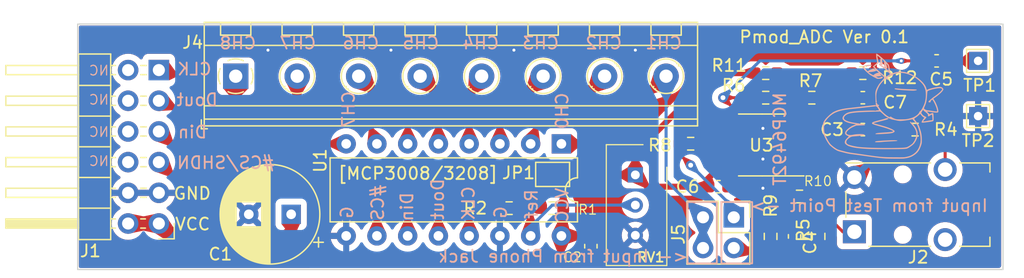
<source format=kicad_pcb>
(kicad_pcb (version 20221018) (generator pcbnew)
  (layers (0 "F.Cu" signal) (31 "B.Cu" signal) (34 "B.Paste" user) (35 "F.Paste" user) (36 "B.SilkS" user "B.Silkscreen") (37 "F.SilkS" user "F.Silkscreen") (38 "B.Mask" user) (39 "F.Mask" user) (44 "Edge.Cuts" user))
  (net 0 "")
  (net 1 "VCC")
  (net 2 "GND")
  (net 3 "Net-(C3-Pad1)")
  (net 4 "Net-(U3-V_INA-)")
  (net 5 "Net-(C4-Pad1)")
  (net 6 "Net-(C5-Pad1)")
  (net 7 "Net-(U3-V_INB+)")
  (net 8 "Net-(C7-Pad2)")
  (net 9 "Net-(J1-Pin_1)")
  (net 10 "Net-(J1-Pin_2)")
  (net 11 "Net-(J1-Pin_3)")
  (net 12 "Net-(J1-Pin_4)")
  (net 17 "Net-(J2-PadR)")
  (net 18 "Net-(J2-PadT)")
  (net 19 "Net-(J4-Pin_7)")
  (net 20 "Net-(J4-Pin_1)")
  (net 21 "Net-(J4-Pin_2)")
  (net 22 "Net-(J4-Pin_3)")
  (net 23 "Net-(J4-Pin_4)")
  (net 24 "Net-(J4-Pin_5)")
  (net 25 "Net-(J4-Pin_6)")
  (net 26 "/CH0")
  (net 27 "Net-(J5-Pin_1)")
  (net 28 "Net-(J5-Pin_2)")
  (net 29 "Net-(JP1-B)")
  (net 30 "Net-(U3-V_INA+)")
  (net 31 "Net-(U3-V_INB-)")
  (net 32 "Net-(U3-VOUTA)")
  (footprint "Package_DIP:DIP-16_W7.62mm" (layer "F.Cu") (at 182.611 91.45 -90)
    (fp_text reference "U1" (at 1.387 19.924 90) (layer "F.SilkS"))
    (fp_text value "MCP3008")
    (pad "1" thru_hole rect (at 0 0 270) (size 1.6 1.6) (drill 0.8) (layers "*.Cu" "*.Mask") (net 26 "/CH0"))
    (pad "2" thru_hole oval (at 0 2.54 270) (size 1.6 1.6) (drill 0.8) (layers "*.Cu" "*.Mask") (net 19 "Net-(J4-Pin_7)"))
    (pad "3" thru_hole oval (at 0 5.08 270) (size 1.6 1.6) (drill 0.8) (layers "*.Cu" "*.Mask") (net 25 "Net-(J4-Pin_6)"))
    (pad "4" thru_hole oval (at 0 7.62 270) (size 1.6 1.6) (drill 0.8) (layers "*.Cu" "*.Mask") (net 24 "Net-(J4-Pin_5)"))
    (pad "5" thru_hole oval (at 0 10.16 270) (size 1.6 1.6) (drill 0.8) (layers "*.Cu" "*.Mask") (net 23 "Net-(J4-Pin_4)"))
    (pad "6" thru_hole oval (at 0 12.7 270) (size 1.6 1.6) (drill 0.8) (layers "*.Cu" "*.Mask") (net 22 "Net-(J4-Pin_3)"))
    (pad "7" thru_hole oval (at 0 15.24 270) (size 1.6 1.6) (drill 0.8) (layers "*.Cu" "*.Mask") (net 21 "Net-(J4-Pin_2)"))
    (pad "8" thru_hole oval (at 0 17.78 270) (size 1.6 1.6) (drill 0.8) (layers "*.Cu" "*.Mask") (net 20 "Net-(J4-Pin_1)"))
    (pad "9" thru_hole oval (at 7.62 17.78 270) (size 1.6 1.6) (drill 0.8) (layers "*.Cu" "*.Mask") (net 2 "GND"))
    (pad "10" thru_hole oval (at 7.62 15.24 270) (size 1.6 1.6) (drill 0.8) (layers "*.Cu" "*.Mask") (net 12 "Net-(J1-Pin_4)"))
    (pad "11" thru_hole oval (at 7.62 12.7 270) (size 1.6 1.6) (drill 0.8) (layers "*.Cu" "*.Mask") (net 11 "Net-(J1-Pin_3)"))
    (pad "12" thru_hole oval (at 7.62 10.16 270) (size 1.6 1.6) (drill 0.8) (layers "*.Cu" "*.Mask") (net 10 "Net-(J1-Pin_2)"))
    (pad "13" thru_hole oval (at 7.62 7.62 270) (size 1.6 1.6) (drill 0.8) (layers "*.Cu" "*.Mask") (net 9 "Net-(J1-Pin_1)"))
    (pad "14" thru_hole oval (at 7.62 5.08 270) (size 1.6 1.6) (drill 0.8) (layers "*.Cu" "*.Mask") (net 2 "GND"))
    (pad "15" thru_hole oval (at 7.62 2.54 270) (size 1.6 1.6) (drill 0.8) (layers "*.Cu" "*.Mask") (net 29 "Net-(JP1-B)"))
    (pad "16" thru_hole oval (at 7.62 0 270) (size 1.6 1.6) (drill 0.8) (layers "*.Cu" "*.Mask") (net 1 "VCC"))
  )
  (footprint "Capacitor_SMD:C_0603_1608Metric_Pad1.08x0.95mm_HandSolder" (layer "F.Cu") (at 201.8792 99.1108 90)
    (fp_text reference "C4" (at -0.508 1.27 90) (layer "F.SilkS"))
    (fp_text value "1u" hide)
    (pad "1" smd roundrect (at -0.8625 0 90) (size 1.075 0.95) (layers "F.Cu" "F.Paste" "F.Mask") (net 5 "Net-(C4-Pad1)"))
    (pad "2" smd roundrect (at 0.8625 0 90) (size 1.075 0.95) (layers "F.Cu" "F.Paste" "F.Mask") (net 4 "Net-(U3-V_INA-)"))
  )
  (footprint "Capacitor_SMD:C_0603_1608Metric_Pad1.08x0.95mm_HandSolder" (layer "F.Cu") (at 207.518 90.2716 180)
    (fp_text reference "C3" (at 2.54 0) (layer "F.SilkS"))
    (fp_text value "1u" hide)
    (pad "1" smd roundrect (at -0.8625 0 180) (size 1.075 0.95) (layers "F.Cu" "F.Paste" "F.Mask") (net 3 "Net-(C3-Pad1)"))
    (pad "2" smd roundrect (at 0.8625 0 180) (size 1.075 0.95) (layers "F.Cu" "F.Paste" "F.Mask") (net 4 "Net-(U3-V_INA-)"))
  )
  (footprint "Capacitor_SMD:C_0603_1608Metric_Pad1.08x0.95mm_HandSolder" (layer "F.Cu") (at 213.614 84.582 180)
    (fp_text reference "C5" (at -0.381 -1.524) (layer "F.SilkS"))
    (fp_text value "1u" hide)
    (pad "1" smd roundrect (at -0.8625 0 180) (size 1.075 0.95) (layers "F.Cu" "F.Paste" "F.Mask") (net 6 "Net-(C5-Pad1)"))
    (pad "2" smd roundrect (at 0.8625 0 180) (size 1.075 0.95) (layers "F.Cu" "F.Paste" "F.Mask") (net 7 "Net-(U3-V_INB+)"))
  )
  (footprint "Resistor_SMD:R_0603_1608Metric_Pad0.98x0.95mm_HandSolder" (layer "F.Cu") (at 203.3035 87.63 180)
    (fp_text reference "R7" (at 0.1035 1.397) (layer "F.SilkS"))
    (fp_text value "100k" hide)
    (pad "1" smd roundrect (at -0.9125 0 180) (size 0.975 0.95) (layers "F.Cu" "F.Paste" "F.Mask") (net 30 "Net-(U3-V_INA+)"))
    (pad "2" smd roundrect (at 0.9125 0 180) (size 0.975 0.95) (layers "F.Cu" "F.Paste" "F.Mask") (net 8 "Net-(C7-Pad2)"))
  )
  (footprint "Resistor_SMD:R_0603_1608Metric_Pad0.98x0.95mm_HandSolder" (layer "F.Cu") (at 203.8604 99.1108 -90)
    (fp_text reference "R5" (at -0.508 1.27 90) (layer "F.SilkS"))
    (fp_text value "47k" hide)
    (pad "1" smd roundrect (at -0.9125 0 270) (size 0.975 0.95) (layers "F.Cu" "F.Paste" "F.Mask") (net 17 "Net-(J2-PadR)"))
    (pad "2" smd roundrect (at 0.9125 0 270) (size 0.975 0.95) (layers "F.Cu" "F.Paste" "F.Mask") (net 5 "Net-(C4-Pad1)"))
  )
  (footprint "Connector_PinHeader_2.54mm:PinHeader_2x02_P2.54mm_Vertical" (layer "F.Cu") (at 196.855 97.531 -90)
    (fp_text reference "J5" (at 1.402 4.577 90) (layer "F.SilkS"))
    (fp_text value "Conn_02x02_Counter_Clockwise" hide)
    (pad "1" thru_hole rect (at 0 0 270) (size 1.7 1.7) (drill 1) (layers "*.Cu" "*.Mask") (net 27 "Net-(J5-Pin_1)"))
    (pad "2" thru_hole oval (at 2.54 0 270) (size 1.7 1.7) (drill 1) (layers "*.Cu" "*.Mask") (net 28 "Net-(J5-Pin_2)"))
    (pad "3" thru_hole oval (at 0 2.54 270) (size 1.7 1.7) (drill 1) (layers "*.Cu" "*.Mask") (net 26 "/CH0"))
    (pad "4" thru_hole oval (at 2.54 2.54 270) (size 1.7 1.7) (drill 1) (layers "*.Cu" "*.Mask") (net 26 "/CH0"))
  )
  (footprint "Resistor_SMD:R_0603_1608Metric_Pad0.98x0.95mm_HandSolder" (layer "F.Cu") (at 199.4935 87.63)
    (fp_text reference "R6" (at -2.6435 -1.016) (layer "F.SilkS"))
    (fp_text value "100k" hide)
    (pad "1" smd roundrect (at -0.9125 0) (size 0.975 0.95) (layers "F.Cu" "F.Paste" "F.Mask") (net 7 "Net-(U3-V_INB+)"))
    (pad "2" smd roundrect (at 0.9125 0) (size 0.975 0.95) (layers "F.Cu" "F.Paste" "F.Mask") (net 8 "Net-(C7-Pad2)"))
  )
  (footprint "TestPoint:TestPoint_THTPad_1.5x1.5mm_Drill0.7mm" (layer "F.Cu") (at 217.043 84.582)
    (fp_text reference "TP1" (at 0.127 2.032) (layer "F.SilkS"))
    (fp_text value "TestPoint" hide)
    (pad "1" thru_hole rect (at 0 0) (size 1.5 1.5) (drill 0.7) (layers "*.Cu" "*.Mask") (net 6 "Net-(C5-Pad1)"))
  )
  (footprint "Resistor_SMD:R_0603_1608Metric_Pad0.98x0.95mm_HandSolder" (layer "F.Cu") (at 178.293 96.774)
    (fp_text reference "R2" (at -2.794 0) (layer "F.SilkS"))
    (fp_text value "R" hide)
    (pad "1" smd roundrect (at -0.9125 0) (size 0.975 0.95) (layers "F.Cu" "F.Paste" "F.Mask") (net 2 "GND"))
    (pad "2" smd roundrect (at 0.9125 0) (size 0.975 0.95) (layers "F.Cu" "F.Paste" "F.Mask") (net 29 "Net-(JP1-B)"))
  )
  (footprint "Connector_Audio:Jack_3.5mm_Switronic_ST-005-G_horizontal" (layer "F.Cu") (at 213.32 96.48 180)
    (fp_text reference "J2" (at 1.23 -4.358) (layer "F.SilkS"))
    (fp_text value "AudioJack3" hide)
    (pad "" np_thru_hole circle (at 2.5 -2.5 180) (size 1 1) (drill 1) (layers "*.Cu" "*.Mask"))
    (pad "" np_thru_hole circle (at 2.5 2.5 180) (size 1 1) (drill 1) (layers "*.Cu" "*.Mask"))
    (pad "R" thru_hole rect (at 6.5 -2.25 180) (size 1.9 1.9) (drill 1.2) (layers "*.Cu" "*.Mask") (net 17 "Net-(J2-PadR)"))
    (pad "S" thru_hole circle (at 6.5 2.25 180) (size 1.9 1.9) (drill 1.2) (layers "*.Cu" "*.Mask") (net 2 "GND"))
    (pad "T" thru_hole circle (at -1 -2.9 180) (size 1.9 1.9) (drill 1.2) (layers "*.Cu" "*.Mask") (net 18 "Net-(J2-PadT)"))
    (pad "T" thru_hole circle (at -1 2.9 180) (size 1.9 1.9) (drill 1.2) (layers "*.Cu" "*.Mask") (net 18 "Net-(J2-PadT)"))
  )
  (footprint "TestPoint:TestPoint_THTPad_1.5x1.5mm_Drill0.7mm" (layer "F.Cu") (at 217.043 89.154)
    (fp_text reference "TP2" (at 0 2.032) (layer "F.SilkS"))
    (fp_text value "TestPoint" hide)
    (pad "1" thru_hole rect (at 0 0) (size 1.5 1.5) (drill 0.7) (layers "*.Cu" "*.Mask") (net 2 "GND"))
  )
  (footprint "Resistor_SMD:R_0603_1608Metric_Pad0.98x0.95mm_HandSolder" (layer "F.Cu") (at 193.294 91.44)
    (fp_text reference "R8" (at -2.54 0.127) (layer "F.SilkS"))
    (fp_text value "22" hide)
    (pad "1" smd roundrect (at -0.9125 0) (size 0.975 0.95) (layers "F.Cu" "F.Paste" "F.Mask") (net 27 "Net-(J5-Pin_1)"))
    (pad "2" smd roundrect (at 0.9125 0) (size 0.975 0.95) (layers "F.Cu" "F.Paste" "F.Mask") (net 31 "Net-(U3-V_INB-)"))
  )
  (footprint "Jumper:SolderJumper-2_P1.3mm_Open_TrianglePad1.0x1.5mm" (layer "F.Cu") (at 181.886 93.98 180)
    (fp_text reference "JP1" (at 2.816 0.127) (layer "F.SilkS"))
    (fp_text value "SolderJumper_2_Open" hide)
    (pad "1" smd custom (at -0.725 0 180) (size 0.3 0.3) (layers "F.Cu" "F.Mask") (net 1 "VCC") (options (clearance outline) (anchor rect)) (primitives (gr_poly (pts (xy 1 0) (xy 0.5 0.75) (xy -0.5 0.75) (xy -0.5 -0.75) (xy 0.5 -0.75)) (width 0) (fill yes))))
    (pad "2" smd custom (at 0.725 0 180) (size 0.3 0.3) (layers "F.Cu" "F.Mask") (net 29 "Net-(JP1-B)") (options (clearance outline) (anchor rect)) (primitives (gr_poly (pts (xy 0.5 0.75) (xy -0.65 0.75) (xy -0.15 0) (xy -0.65 -0.75) (xy 0.5 -0.75)) (width 0) (fill yes))))
  )
  (footprint "Resistor_SMD:R_0603_1608Metric_Pad0.98x0.95mm_HandSolder" (layer "F.Cu") (at 211.836 90.2716 180)
    (fp_text reference "R4" (at -2.54 0) (layer "F.SilkS"))
    (fp_text value "47k" hide)
    (pad "1" smd roundrect (at -0.9125 0 180) (size 0.975 0.95) (layers "F.Cu" "F.Paste" "F.Mask") (net 18 "Net-(J2-PadT)"))
    (pad "2" smd roundrect (at 0.9125 0 180) (size 0.975 0.95) (layers "F.Cu" "F.Paste" "F.Mask") (net 3 "Net-(C3-Pad1)"))
  )
  (footprint "Resistor_SMD:R_0603_1608Metric_Pad0.98x0.95mm_HandSolder" (layer "F.Cu") (at 199.898 99.1108 90)
    (fp_text reference "R9" (at 2.54 0 90) (layer "F.SilkS"))
    (fp_text value "22" hide)
    (pad "1" smd roundrect (at -0.9125 0 90) (size 0.975 0.95) (layers "F.Cu" "F.Paste" "F.Mask") (net 28 "Net-(J5-Pin_2)"))
    (pad "2" smd roundrect (at 0.9125 0 90) (size 0.975 0.95) (layers "F.Cu" "F.Paste" "F.Mask") (net 32 "Net-(U3-VOUTA)"))
  )
  (footprint "Package_SO:SOIC-8_3.9x4.9mm_P1.27mm" (layer "F.Cu") (at 199.201 91.5435 180)
    (fp_text reference "U3" (at 0.065 -0.0235) (layer "F.SilkS"))
    (fp_text value "MCP6492T" (at -1.459 0.4845 90) (layer "B.SilkS") (effects (justify mirror)))
    (pad "1" smd roundrect (at -2.475 -1.905 180) (size 1.95 0.6) (layers "F.Cu" "F.Paste" "F.Mask") (net 32 "Net-(U3-VOUTA)"))
    (pad "2" smd roundrect (at -2.475 -0.635 180) (size 1.95 0.6) (layers "F.Cu" "F.Paste" "F.Mask") (net 4 "Net-(U3-V_INA-)"))
    (pad "3" smd roundrect (at -2.475 0.635 180) (size 1.95 0.6) (layers "F.Cu" "F.Paste" "F.Mask") (net 30 "Net-(U3-V_INA+)"))
    (pad "4" smd roundrect (at -2.475 1.905 180) (size 1.95 0.6) (layers "F.Cu" "F.Paste" "F.Mask") (net 2 "GND"))
    (pad "5" smd roundrect (at 2.475 1.905 180) (size 1.95 0.6) (layers "F.Cu" "F.Paste" "F.Mask") (net 7 "Net-(U3-V_INB+)"))
    (pad "6" smd roundrect (at 2.475 0.635 180) (size 1.95 0.6) (layers "F.Cu" "F.Paste" "F.Mask") (net 31 "Net-(U3-V_INB-)"))
    (pad "7" smd roundrect (at 2.475 -0.635 180) (size 1.95 0.6) (layers "F.Cu" "F.Paste" "F.Mask") (net 31 "Net-(U3-V_INB-)"))
    (pad "8" smd roundrect (at 2.475 -1.905 180) (size 1.95 0.6) (layers "F.Cu" "F.Paste" "F.Mask") (net 1 "VCC"))
  )
  (footprint "Capacitor_SMD:C_0603_1608Metric_Pad1.08x0.95mm_HandSolder" (layer "F.Cu") (at 195.58 94.996)
    (fp_text reference "C6" (at -2.54 0) (layer "F.SilkS"))
    (fp_text value "0.1u" hide)
    (pad "1" smd roundrect (at -0.8625 0) (size 1.075 0.95) (layers "F.Cu" "F.Paste" "F.Mask") (net 1 "VCC"))
    (pad "2" smd roundrect (at 0.8625 0) (size 1.075 0.95) (layers "F.Cu" "F.Paste" "F.Mask") (net 2 "GND"))
  )
  (footprint "Capacitor_SMD:C_0603_1608Metric_Pad1.08x0.95mm_HandSolder" (layer "F.Cu") (at 185.0475 99.9225 -90)
    (fp_text reference "C2" (at 0.9155 1.5325 180) (layer "F.SilkS") (effects (font (size 0.8 0.8) (thickness 0.1))))
    (fp_text value "C")
    (pad "1" smd roundrect (at -0.8625 0 270) (size 1.075 0.95) (layers "F.Cu" "F.Paste" "F.Mask") (net 1 "VCC"))
    (pad "2" smd roundrect (at 0.8625 0 270) (size 1.075 0.95) (layers "F.Cu" "F.Paste" "F.Mask") (net 2 "GND"))
  )
  (footprint "Resistor_SMD:R_0603_1608Metric_Pad0.98x0.95mm_HandSolder" (layer "F.Cu") (at 202.2856 95.8088 180)
    (fp_text reference "R10" (at -1.524 1.27) (layer "F.SilkS") (effects (font (size 0.8 0.8) (thickness 0.1))))
    (fp_text value "100k" hide)
    (pad "1" smd roundrect (at -0.9125 0 180) (size 0.975 0.95) (layers "F.Cu" "F.Paste" "F.Mask") (net 4 "Net-(U3-V_INA-)"))
    (pad "2" smd roundrect (at 0.9125 0 180) (size 0.975 0.95) (layers "F.Cu" "F.Paste" "F.Mask") (net 32 "Net-(U3-VOUTA)"))
  )
  (footprint "Resistor_SMD:R_0603_1608Metric_Pad0.98x0.95mm_HandSolder" (layer "F.Cu") (at 199.4935 85.598)
    (fp_text reference "R11" (at -3.0245 -0.635) (layer "F.SilkS"))
    (fp_text value "220k1%" hide)
    (pad "1" smd roundrect (at -0.9125 0) (size 0.975 0.95) (layers "F.Cu" "F.Paste" "F.Mask") (net 1 "VCC"))
    (pad "2" smd roundrect (at 0.9125 0) (size 0.975 0.95) (layers "F.Cu" "F.Paste" "F.Mask") (net 8 "Net-(C7-Pad2)"))
  )
  (footprint "samacsys:TSR3296W203R" (layer "F.Cu") (at 188.722 94.02 180)
    (fp_text reference "RV1" (at -1.27 -6.818) (layer "F.SilkS") (effects (font (size 0.8 0.8))))
    (fp_text value "R_Potentiometer" hide)
    (pad "1" thru_hole rect (at 0 0 180) (size 1.251 1.251) (drill 0.73) (layers "*.Cu" "*.Mask") (net 1 "VCC"))
    (pad "2" thru_hole circle (at 0 -2.5 180) (size 1.251 1.251) (drill 0.73) (layers "*.Cu" "*.Mask") (net 29 "Net-(JP1-B)"))
    (pad "3" thru_hole circle (at 0 -5 180) (size 1.251 1.251) (drill 0.73) (layers "*.Cu" "*.Mask") (net 2 "GND"))
  )
  (footprint "Capacitor_THT:CP_Radial_D8.0mm_P3.50mm" (layer "F.Cu") (at 160.284151 97.282 180)
    (fp_text reference "C1" (at 5.852151 -3.302) (layer "F.SilkS"))
    (fp_text value "C_Polarized" hide)
    (pad "1" thru_hole rect (at 0 0 180) (size 1.6 1.6) (drill 0.8) (layers "*.Cu" "*.Mask") (net 1 "VCC"))
    (pad "2" thru_hole circle (at 3.5 0 180) (size 1.6 1.6) (drill 0.8) (layers "*.Cu" "*.Mask") (net 2 "GND"))
  )
  (footprint "Capacitor_SMD:C_0603_1608Metric_Pad1.08x0.95mm_HandSolder" (layer "F.Cu") (at 207.518 87.63 180)
    (fp_text reference "C7" (at -2.667 -0.381) (layer "F.SilkS"))
    (fp_text value "1u" hide)
    (pad "1" smd roundrect (at -0.8625 0 180) (size 1.075 0.95) (layers "F.Cu" "F.Paste" "F.Mask") (net 2 "GND"))
    (pad "2" smd roundrect (at 0.8625 0 180) (size 1.075 0.95) (layers "F.Cu" "F.Paste" "F.Mask") (net 8 "Net-(C7-Pad2)"))
  )
  (footprint "Connector_PinHeader_2.54mm:PinHeader_2x06_P2.54mm_Horizontal" (layer "F.Cu") (at 149.352 98.044 180)
    (fp_text reference "J1" (at 5.655 -2.27) (layer "F.SilkS"))
    (fp_text value "Pmod_Header")
    (pad "1" thru_hole rect (at 0 12.7 180) (size 1.7 1.7) (drill 1) (layers "*.Cu" "*.Mask") (net 9 "Net-(J1-Pin_1)"))
    (pad "2" thru_hole oval (at 0 10.16 180) (size 1.7 1.7) (drill 1) (layers "*.Cu" "*.Mask") (net 10 "Net-(J1-Pin_2)"))
    (pad "3" thru_hole oval (at 0 7.62 180) (size 1.7 1.7) (drill 1) (layers "*.Cu" "*.Mask") (net 11 "Net-(J1-Pin_3)"))
    (pad "4" thru_hole oval (at 0 5.08 180) (size 1.7 1.7) (drill 1) (layers "*.Cu" "*.Mask") (net 12 "Net-(J1-Pin_4)"))
    (pad "5" thru_hole oval (at 0 2.54 180) (size 1.7 1.7) (drill 1) (layers "*.Cu" "*.Mask") (net 2 "GND"))
    (pad "6" thru_hole circle (at 0 0 180) (size 1.7 1.7) (drill 1) (layers "*.Cu" "*.Mask") (net 1 "VCC"))
    (pad "7" thru_hole oval (at 2.54 12.7 180) (size 1.7 1.7) (drill 1) (layers "*.Cu" "*.Mask"))
    (pad "8" thru_hole oval (at 2.54 10.16 180) (size 1.7 1.7) (drill 1) (layers "*.Cu" "*.Mask"))
    (pad "9" thru_hole oval (at 2.54 7.62 180) (size 1.7 1.7) (drill 1) (layers "*.Cu" "*.Mask"))
    (pad "10" thru_hole oval (at 2.54 5.08 180) (size 1.7 1.7) (drill 1) (layers "*.Cu" "*.Mask"))
    (pad "11" thru_hole oval (at 2.54 2.54 180) (size 1.7 1.7) (drill 1) (layers "*.Cu" "*.Mask") (net 2 "GND"))
    (pad "12" thru_hole oval (at 2.54 0 180) (size 1.7 1.7) (drill 1) (layers "*.Cu" "*.Mask") (net 1 "VCC"))
  )
  (footprint "Resistor_SMD:R_0603_1608Metric_Pad0.98x0.95mm_HandSolder" (layer "F.Cu") (at 207.518 85.598 180)
    (fp_text reference "R12" (at -3.048 -0.381) (layer "F.SilkS"))
    (fp_text value "220k1%" hide)
    (pad "1" smd roundrect (at -0.9125 0 180) (size 0.975 0.95) (layers "F.Cu" "F.Paste" "F.Mask") (net 2 "GND"))
    (pad "2" smd roundrect (at 0.9125 0 180) (size 0.975 0.95) (layers "F.Cu" "F.Paste" "F.Mask") (net 8 "Net-(C7-Pad2)"))
  )
  (footprint "Resistor_SMD:R_0603_1608Metric_Pad0.98x0.95mm_HandSolder" (layer "F.Cu") (at 181.849 96.774)
    (fp_text reference "R1" (at 2.936 0.127) (layer "F.SilkS") (effects (font (size 0.8 0.8) (thickness 0.1))))
    (fp_text value "R" hide)
    (pad "1" smd roundrect (at -0.9125 0) (size 0.975 0.95) (layers "F.Cu" "F.Paste" "F.Mask") (net 29 "Net-(JP1-B)"))
    (pad "2" smd roundrect (at 0.9125 0) (size 0.975 0.95) (layers "F.Cu" "F.Paste" "F.Mask") (net 1 "VCC"))
  )
  (footprint "TerminalBlock_RND:TerminalBlock_RND_205-00238_1x08_P5.08mm_Horizontal" (layer "F.Cu") (at 155.702 85.852)
    (fp_text reference "J4" (at -3.556 -2.794) (layer "F.SilkS"))
    (fp_text value "Conn_01x08")
    (pad "1" thru_hole rect (at 0 0) (size 2.1 2.1) (drill 1.1) (layers "*.Cu" "*.Mask") (net 20 "Net-(J4-Pin_1)"))
    (pad "2" thru_hole circle (at 5.08 0) (size 2.1 2.1) (drill 1.1) (layers "*.Cu" "*.Mask") (net 21 "Net-(J4-Pin_2)"))
    (pad "3" thru_hole circle (at 10.16 0) (size 2.1 2.1) (drill 1.1) (layers "*.Cu" "*.Mask") (net 22 "Net-(J4-Pin_3)"))
    (pad "4" thru_hole circle (at 15.24 0) (size 2.1 2.1) (drill 1.1) (layers "*.Cu" "*.Mask") (net 23 "Net-(J4-Pin_4)"))
    (pad "5" thru_hole circle (at 20.32 0) (size 2.1 2.1) (drill 1.1) (layers "*.Cu" "*.Mask") (net 24 "Net-(J4-Pin_5)"))
    (pad "6" thru_hole circle (at 25.4 0) (size 2.1 2.1) (drill 1.1) (layers "*.Cu" "*.Mask") (net 25 "Net-(J4-Pin_6)"))
    (pad "7" thru_hole circle (at 30.48 0) (size 2.1 2.1) (drill 1.1) (layers "*.Cu" "*.Mask") (net 19 "Net-(J4-Pin_7)"))
    (pad "8" thru_hole circle (at 35.56 0) (size 2.1 2.1) (drill 1.1) (layers "*.Cu" "*.Mask") (net 26 "/CH0"))
  )
  (footprint "MyLibrary:logo_kamo_ss" (layer "B.Cu") (at 209.296 88.392 180)
    (fp_text reference "G***" hide)
    (fp_text value "LOGO" hide)
  )
  (gr_rect (start 193.04 96.266) (end 195.453 101.346) (stroke (width 0.15)) (fill none) (layer "B.SilkS"))
  (gr_rect (start 195.834 96.266) (end 198.374 101.346) (stroke (width 0.15)) (fill none) (layer "B.SilkS"))
  (gr_rect (start 142.6445 81.534) (end 219.0985 101.854) (stroke (width 0.1)) (fill none) (layer "Edge.Cuts"))
  (gr_text "#CS" (at 168.021 94.742 90) (layer "B.SilkS") (effects (font (size 1 1)) (justify left bottom mirror)))
  (gr_text "<- Input from Phone Jack" (at 193.167 101.346) (layer "B.SilkS") (effects (font (size 1 1)) (justify left bottom mirror)))
  (gr_text "CH8" (at 157.48 83.693) (layer "B.SilkS") (effects (font (size 1 1)) (justify left bottom mirror)))
  (gr_text "VCC" (at 183.261 94.996 90) (layer "B.SilkS") (effects (font (size 1 1)) (justify left bottom mirror)))
  (gr_text "CH4" (at 177.546 83.693) (layer "B.SilkS") (effects (font (size 1 1)) (justify left bottom mirror)))
  (gr_text "G" (at 165.481 96.52 90) (layer "B.SilkS") (effects (font (size 1 1)) (justify left bottom mirror)))
  (gr_text "Din" (at 170.434 95.377 90) (layer "B.SilkS") (effects (font (size 1 1)) (justify left bottom mirror)))
  (gr_text "Din" (at 153.416 91.059) (layer "B.SilkS") (effects (font (size 1 1)) (justify left bottom mirror)))
  (gr_text "CH2" (at 187.706 83.693) (layer "B.SilkS") (effects (font (size 1 1)) (justify left bottom mirror)))
  (gr_text "CH0" (at 183.261 87.122 90) (layer "B.SilkS") (effects (font (size 1 1)) (justify left bottom mirror)))
  (gr_text "CLK" (at 153.797 85.852) (layer "B.SilkS") (effects (font (size 1 1)) (justify left bottom mirror)))
  (gr_text "Input from Test Point ->" (at 217.932 97.155) (layer "B.SilkS") (effects (font (size 1 1)) (justify left bottom mirror)))
  (gr_text "NC" (at 145.288 93.345) (layer "B.SilkS") (effects (font (size 0.8 0.8) (thickness 0.1)) (justify left bottom mirror)))
  (gr_text "NC" (at 145.288 85.852) (layer "B.SilkS") (effects (font (size 0.8 0.8) (thickness 0.1)) (justify left bottom mirror)))
  (gr_text "NC" (at 145.288 88.265) (layer "B.SilkS") (effects (font (size 0.8 0.8) (thickness 0.1)) (justify left bottom mirror)))
  (gr_text "G" (at 178.181 96.52 90) (layer "B.SilkS") (effects (font (size 1 1)) (justify left bottom mirror)))
  (gr_text "CH7" (at 162.433 83.693) (layer "B.SilkS") (effects (font (size 1 1)) (justify left bottom mirror)))
  (gr_text "Dout" (at 154.305 88.392) (layer "B.SilkS") (effects (font (size 1 1)) (justify left bottom mirror)))
  (gr_text "CH3" (at 182.499 83.693) (layer "B.SilkS") (effects (font (size 1 1)) (justify left bottom mirror)))
  (gr_text "CH1" (at 192.659 83.693) (layer "B.SilkS") (effects (font (size 1 1)) (justify left bottom mirror)))
  (gr_text "Dout" (at 172.974 94.234 90) (layer "B.SilkS") (effects (font (size 1 1)) (justify left bottom mirror)))
  (gr_text "CLK" (at 175.514 94.869 90) (layer "B.SilkS") (effects (font (size 1 1)) (justify left bottom mirror)))
  (gr_text "CH7" (at 165.608 86.995 90) (layer "B.SilkS") (effects (font (size 1 1)) (justify left bottom mirror)))
  (gr_text "NC" (at 145.288 90.932) (layer "B.SilkS") (effects (font (size 0.8 0.8) (thickness 0.1)) (justify left bottom mirror)))
  (gr_text "CH5" (at 172.593 83.693) (layer "B.SilkS") (effects (font (size 1 1)) (justify left bottom mirror)))
  (gr_text "Ref" (at 180.721 95.123 90) (layer "B.SilkS") (effects (font (size 1 1)) (justify left bottom mirror)))
  (gr_text "CH6" (at 167.64 83.693) (layer "B.SilkS") (effects (font (size 1 1)) (justify left bottom mirror)))
  (gr_text "#CS/SHDN" (at 159.004 93.599) (layer "B.SilkS") (effects (font (size 1 1)) (justify left bottom mirror)))
  (gr_text "[MCP3008/3208]" (at 164.084 94.488) (layer "F.SilkS") (effects (font (size 1 1)) (justify left bottom)))
  (gr_text "GND" (at 150.495 96.139) (layer "F.SilkS") (effects (font (size 1 1)) (justify left bottom)))
  (gr_text "Pmod_ADC Ver 0.1" (at 197.231 83.185) (layer "F.SilkS") (effects (font (size 1 1)) (justify left bottom)))
  (gr_text "VCC" (at 150.622 98.679) (layer "F.SilkS") (effects (font (size 1 1)) (justify left bottom)))
  (segment (start 194.7175 94.3345) (end 195.6035 93.4485) (width 0.5) (layer "F.Cu") (net 1))
  (segment (start 198.581 85.598) (end 195.326 85.598) (width 0.5) (layer "F.Cu") (net 1))
  (segment (start 195.6035 93.4485) (end 196.726 93.4485) (width 0.5) (layer "F.Cu") (net 1))
  (segment (start 196.7495 93.472) (end 196.726 93.4485) (width 0.5) (layer "F.Cu") (net 1))
  (segment (start 160.284151 98.677349) (end 160.284151 98.934651) (width 0.5) (layer "F.Cu") (net 1))
  (segment (start 189.698 94.996) (end 194.7175 94.996) (width 0.5) (layer "F.Cu") (net 1))
  (segment (start 188.722 92.202) (end 188.722 94.02) (width 0.5) (layer "F.Cu") (net 1))
  (segment (start 182.7615 94.1305) (end 182.7615 96.774) (width 0.5) (layer "F.Cu") (net 1))
  (segment (start 160.284151 98.677349) (end 160.284151 97.282) (width 1) (layer "F.Cu") (net 1))
  (segment (start 158.8855 100.076) (end 160.284151 98.677349) (width 1) (layer "F.Cu") (net 1))
  (segment (start 162.1875 100.838) (end 182.2535 100.838) (width 0.5) (layer "F.Cu") (net 1))
  (segment (start 182.611 99.07) (end 185.0375 99.07) (width 0.5) (layer "F.Cu") (net 1))
  (segment (start 160.284151 98.934651) (end 162.1875 100.838) (width 0.5) (layer "F.Cu") (net 1))
  (segment (start 195.326 85.598) (end 188.722 92.202) (width 0.5) (layer "F.Cu") (net 1))
  (segment (start 182.7615 96.774) (end 182.7615 98.9195) (width 0.5) (layer "F.Cu") (net 1))
  (segment (start 196.7025 93.472) (end 196.726 93.4485) (width 0.5) (layer "F.Cu") (net 1))
  (segment (start 188.722 94.02) (end 182.651 94.02) (width 0.5) (layer "F.Cu") (net 1))
  (segment (start 182.651 94.02) (end 182.611 93.98) (width 0.5) (layer "F.Cu") (net 1))
  (segment (start 194.7175 94.996) (end 194.7175 94.3345) (width 0.5) (layer "F.Cu") (net 1))
  (segment (start 185.0375 99.07) (end 185.0475 99.06) (width 0.5) (layer "F.Cu") (net 1))
  (segment (start 182.611 93.98) (end 182.7615 94.1305) (width 0.5) (layer "F.Cu") (net 1))
  (segment (start 151.384 100.076) (end 149.352 98.044) (width 1) (layer "F.Cu") (net 1))
  (segment (start 182.611 100.4805) (end 182.611 99.07) (width 0.5) (layer "F.Cu") (net 1))
  (segment (start 182.2535 100.838) (end 182.611 100.4805) (width 0.5) (layer "F.Cu") (net 1))
  (segment (start 188.722 94.02) (end 189.698 94.996) (width 0.5) (layer "F.Cu") (net 1))
  (segment (start 182.7615 98.9195) (end 182.611 99.07) (width 0.5) (layer "F.Cu") (net 1))
  (segment (start 146.812 98.044) (end 149.352 98.044) (width 1) (layer "F.Cu") (net 1))
  (segment (start 158.8855 100.076) (end 151.384 100.076) (width 1) (layer "F.Cu") (net 1))
  (via (at 199.263 92.71) (size 0.5) (drill 0.25) (layers "F.Cu" "B.Cu") (net 2))
  (via (at 199.263 90.17) (size 0.5) (drill 0.25) (layers "F.Cu" "B.Cu") (net 2))
  (via (at 188.722 83.693) (size 0.5) (drill 0.25) (layers "F.Cu" "B.Cu") (net 2))
  (via (at 178.689 83.693) (size 0.5) (drill 0.25) (layers "F.Cu" "B.Cu") (net 2))
  (via (at 199.263 95.123) (size 0.5) (drill 0.25) (layers "F.Cu" "B.Cu") (net 2))
  (via (at 158.369 83.693) (size 0.5) (drill 0.25) (layers "F.Cu" "B.Cu") (net 2))
  (via (at 168.529 83.693) (size 0.5) (drill 0.25) (layers "F.Cu" "B.Cu") (net 2))
  (segment (start 208.3805 90.2716) (end 210.9235 90.2716) (width 0.25) (layer "F.Cu") (net 3))
  (segment (start 201.676 92.1785) (end 203.7861 92.1785) (width 0.25) (layer "F.Cu") (net 4))
  (segment (start 203.1981 96.3695) (end 203.1981 95.8088) (width 0.25) (layer "F.Cu") (net 4))
  (segment (start 203.1981 95.6583) (end 204.0128 94.8436) (width 0.25) (layer "F.Cu") (net 4))
  (segment (start 204.0128 94.8436) (end 204.0128 92.4052) (width 0.25) (layer "F.Cu") (net 4))
  (segment (start 201.8792 98.2483) (end 201.8792 97.6884) (width 0.25) (layer "F.Cu") (net 4))
  (segment (start 205.74 90.2716) (end 206.6555 90.2716) (width 0.25) (layer "F.Cu") (net 4))
  (segment (start 201.8792 97.6884) (end 203.1981 96.3695) (width 0.25) (layer "F.Cu") (net 4))
  (segment (start 203.1981 95.8088) (end 203.1981 95.6583) (width 0.25) (layer "F.Cu") (net 4))
  (segment (start 204.0128 92.4052) (end 203.8096 92.202) (width 0.25) (layer "F.Cu") (net 4))
  (segment (start 203.8096 92.202) (end 205.74 90.2716) (width 0.25) (layer "F.Cu") (net 4))
  (segment (start 203.7861 92.1785) (end 203.8096 92.202) (width 0.25) (layer "F.Cu") (net 4))
  (segment (start 201.8792 99.9733) (end 203.8104 99.9733) (width 0.25) (layer "F.Cu") (net 5))
  (segment (start 203.8104 99.9733) (end 203.8604 100.0233) (width 0.25) (layer "F.Cu") (net 5))
  (segment (start 214.4765 84.582) (end 217.043 84.582) (width 0.25) (layer "F.Cu") (net 6))
  (segment (start 195.961 87.63) (end 196.726 88.395) (width 0.25) (layer "F.Cu") (net 7))
  (segment (start 210.693 84.582) (end 212.7515 84.582) (width 0.25) (layer "F.Cu") (net 7))
  (segment (start 198.581 87.63) (end 195.961 87.63) (width 0.25) (layer "F.Cu") (net 7))
  (segment (start 196.726 88.395) (end 196.726 89.6385) (width 0.25) (layer "F.Cu") (net 7))
  (via (at 195.961 87.63) (size 0.8) (drill 0.4) (layers "F.Cu" "B.Cu") (net 7))
  (via (at 210.693 84.582) (size 0.5) (drill 0.25) (layers "F.Cu" "B.Cu") (net 7))
  (segment (start 195.961 87.63) (end 199.009 84.582) (width 0.25) (layer "B.Cu") (net 7))
  (segment (start 199.009 84.582) (end 210.693 84.582) (width 0.25) (layer "B.Cu") (net 7))
  (segment (start 206.6055 85.598) (end 206.6055 87.58) (width 0.25) (layer "F.Cu") (net 8))
  (segment (start 200.406 87.63) (end 200.406 85.598) (width 0.25) (layer "F.Cu") (net 8))
  (segment (start 200.406 85.598) (end 206.6055 85.598) (width 0.25) (layer "F.Cu") (net 8))
  (segment (start 206.6055 87.58) (end 206.6555 87.63) (width 0.25) (layer "F.Cu") (net 8))
  (segment (start 202.391 87.63) (end 200.406 87.63) (width 0.25) (layer "F.Cu") (net 8))
  (segment (start 158.242 93.218) (end 173.228 93.218) (width 0.25) (layer "F.Cu") (net 9))
  (segment (start 149.352 85.344) (end 150.368 85.344) (width 0.25) (layer "F.Cu") (net 9))
  (segment (start 150.368 85.344) (end 158.242 93.218) (width 0.25) (layer "F.Cu") (net 9))
  (segment (start 173.228 93.218) (end 174.991 94.981) (width 0.25) (layer "F.Cu") (net 9))
  (segment (start 174.991 94.981) (end 174.991 99.07) (width 0.25) (layer "F.Cu") (net 9))
  (segment (start 156.21 93.98) (end 170.688 93.98) (width 0.25) (layer "F.Cu") (net 10))
  (segment (start 170.688 93.98) (end 172.451 95.743) (width 0.25) (layer "F.Cu") (net 10))
  (segment (start 149.352 87.884) (end 150.114 87.884) (width 0.25) (layer "F.Cu") (net 10))
  (segment (start 172.451 95.743) (end 172.451 99.07) (width 0.25) (layer "F.Cu") (net 10))
  (segment (start 150.114 87.884) (end 156.21 93.98) (width 0.25) (layer "F.Cu") (net 10))
  (segment (start 153.67 94.742) (end 168.148 94.742) (width 0.25) (layer "F.Cu") (net 11))
  (segment (start 169.911 96.505) (end 169.911 99.07) (width 0.25) (layer "F.Cu") (net 11))
  (segment (start 168.148 94.742) (end 169.911 96.505) (width 0.25) (layer "F.Cu") (net 11))
  (segment (start 149.352 90.424) (end 153.67 94.742) (width 0.25) (layer "F.Cu") (net 11))
  (segment (start 165.608 95.504) (end 167.371 97.267) (width 0.25) (layer "F.Cu") (net 12))
  (segment (start 167.371 97.267) (end 167.371 99.07) (width 0.25) (layer "F.Cu") (net 12))
  (segment (start 151.892 95.504) (end 165.608 95.504) (width 0.25) (layer "F.Cu") (net 12))
  (segment (start 149.352 92.964) (end 151.892 95.504) (width 0.25) (layer "F.Cu") (net 12))
  (segment (start 204.5697 98.1983) (end 204.5716 98.1964) (width 0.25) (layer "F.Cu") (net 17))
  (segment (start 204.5716 98.1964) (end 205.3336 98.1964) (width 0.25) (layer "F.Cu") (net 17))
  (segment (start 205.8672 98.73) (end 206.82 98.73) (width 0.25) (layer "F.Cu") (net 17))
  (segment (start 203.8604 98.1983) (end 204.5697 98.1983) (width 0.25) (layer "F.Cu") (net 17))
  (segment (start 205.3336 98.1964) (end 205.8672 98.73) (width 0.25) (layer "F.Cu") (net 17))
  (segment (start 212.7485 90.2716) (end 214.32 91.8431) (width 0.25) (layer "F.Cu") (net 18))
  (segment (start 214.32 91.8431) (end 214.32 93.58) (width 0.25) (layer "F.Cu") (net 18))
  (segment (start 181.9995 88.646) (end 183.388 88.646) (width 0.25) (layer "F.Cu") (net 19))
  (segment (start 180.071 91.45) (end 180.2215 91.2995) (width 0.25) (layer "F.Cu") (net 19))
  (segment (start 180.2215 91.2995) (end 180.2215 90.424) (width 0.25) (layer "F.Cu") (net 19))
  (segment (start 183.388 88.646) (end 186.182 85.852) (width 0.25) (layer "F.Cu") (net 19))
  (segment (start 180.2215 90.424) (end 181.9995 88.646) (width 0.25) (layer "F.Cu") (net 19))
  (segment (start 159.268 91.45) (end 155.702 87.884) (width 0.25) (layer "F.Cu") (net 20))
  (segment (start 164.831 91.45) (end 159.268 91.45) (width 0.25) (layer "F.Cu") (net 20))
  (segment (start 155.702 87.884) (end 155.702 85.852) (width 0.25) (layer "F.Cu") (net 20))
  (segment (start 160.782 87.884) (end 160.782 85.852) (width 0.25) (layer "F.Cu") (net 21))
  (segment (start 162.052 89.154) (end 160.782 87.884) (width 0.25) (layer "F.Cu") (net 21))
  (segment (start 165.862 89.154) (end 162.052 89.154) (width 0.25) (layer "F.Cu") (net 21))
  (segment (start 167.371 91.45) (end 167.371 90.663) (width 0.25) (layer "F.Cu") (net 21))
  (segment (start 167.371 90.663) (end 165.862 89.154) (width 0.25) (layer "F.Cu") (net 21))
  (segment (start 169.911 91.45) (end 169.911 89.901) (width 0.25) (layer "F.Cu") (net 22))
  (segment (start 169.911 89.901) (end 165.862 85.852) (width 0.25) (layer "F.Cu") (net 22))
  (segment (start 172.451 87.361) (end 170.942 85.852) (width 0.25) (layer "F.Cu") (net 23))
  (segment (start 172.451 91.45) (end 172.451 87.361) (width 0.25) (layer "F.Cu") (net 23))
  (segment (start 174.991 91.45) (end 174.991 86.883) (width 0.25) (layer "F.Cu") (net 24))
  (segment (start 174.991 86.883) (end 176.022 85.852) (width 0.25) (layer "F.Cu") (net 24))
  (segment (start 177.531 89.423) (end 181.102 85.852) (width 0.25) (layer "F.Cu") (net 25))
  (segment (start 177.531 91.45) (end 177.531 89.423) (width 0.25) (layer "F.Cu") (net 25))
  (segment (start 182.611 91.45) (end 185.664 91.45) (width 0.25) (layer "F.Cu") (net 26))
  (segment (start 185.664 91.45) (end 191.262 85.852) (width 0.25) (layer "F.Cu") (net 26))
  (segment (start 194.315 97.531) (end 194.315 100.071) (width 0.25) (layer "B.Cu") (net 26))
  (segment (start 194.315 97.531) (end 191.262 94.478) (width 0.25) (layer "B.Cu") (net 26))
  (segment (start 191.262 94.478) (end 191.262 85.852) (width 0.25) (layer "B.Cu") (net 26))
  (segment (start 192.3815 91.44) (end 192.3815 92.3055) (width 0.25) (layer "F.Cu") (net 27))
  (segment (start 192.3815 92.3055) (end 193.294 93.218) (width 0.25) (layer "F.Cu") (net 27))
  (via (at 193.294 93.218) (size 0.8) (drill 0.4) (layers "F.Cu" "B.Cu") (net 27))
  (segment (start 193.294 93.218) (end 196.855 96.779) (width 0.25) (layer "B.Cu") (net 27))
  (segment (start 196.855 96.779) (end 196.855 97.531) (width 0.25) (layer "B.Cu") (net 27))
  (segment (start 196.855 100.071) (end 197.241 100.457) (width 0.25) (layer "F.Cu") (net 28))
  (segment (start 199.8503 100.071) (end 199.898 100.0233) (width 0.25) (layer "F.Cu") (net 28))
  (segment (start 196.855 100.071) (end 199.8503 100.071) (width 0.25) (layer "F.Cu") (net 28))
  (segment (start 180.071 99.07) (end 180.071 96.8775) (width 0.5) (layer "F.Cu") (net 29))
  (segment (start 179.2055 96.774) (end 179.9675 96.774) (width 0.5) (layer "F.Cu") (net 29))
  (segment (start 179.9675 96.774) (end 180.9365 96.774) (width 0.5) (layer "F.Cu") (net 29))
  (segment (start 180.9365 96.774) (end 180.9365 94.2045) (width 0.5) (layer "F.Cu") (net 29))
  (segment (start 180.071 96.8775) (end 179.9675 96.774) (width 0.5) (layer "F.Cu") (net 29))
  (segment (start 180.9365 94.2045) (end 181.161 93.98) (width 0.5) (layer "F.Cu") (net 29))
  (segment (start 181.864 96.52) (end 188.722 96.52) (width 0.25) (layer "B.Cu") (net 29))
  (segment (start 180.071 99.07) (end 180.071 98.313) (width 0.25) (layer "B.Cu") (net 29))
  (segment (start 180.071 98.313) (end 181.864 96.52) (width 0.25) (layer "B.Cu") (net 29))
  (segment (start 201.676 90.9085) (end 202.9695 90.9085) (width 0.25) (layer "F.Cu") (net 30))
  (segment (start 204.216 89.662) (end 204.216 87.63) (width 0.25) (layer "F.Cu") (net 30))
  (segment (start 202.9695 90.9085) (end 204.216 89.662) (width 0.25) (layer "F.Cu") (net 30))
  (segment (start 196.726 90.9085) (end 196.726 92.1785) (width 0.25) (layer "F.Cu") (net 31))
  (segment (start 194.738 90.9085) (end 194.2065 91.44) (width 0.25) (layer "F.Cu") (net 31))
  (segment (start 196.726 90.9085) (end 194.738 90.9085) (width 0.25) (layer "F.Cu") (net 31))
  (segment (start 201.3731 95.8088) (end 201.3731 93.7514) (width 0.25) (layer "F.Cu") (net 32))
  (segment (start 201.3731 93.7514) (end 201.676 93.4485) (width 0.25) (layer "F.Cu") (net 32))
  (segment (start 199.898 98.1983) (end 199.898 97.2839) (width 0.25) (layer "F.Cu") (net 32))
  (segment (start 201.7795 93.552) (end 201.676 93.4485) (width 0.25) (layer "F.Cu") (net 32))
  (segment (start 199.898 97.2839) (end 201.3731 95.8088) (width 0.25) (layer "F.Cu") (net 32))
  (segment (start 201.0899 93.4485) (end 201.676 93.4485) (width 0.25) (layer "F.Cu") (net 32))
  (zone (net 2) (net_name "GND") (layer "F.Cu") (connect_pads (clearance 0.5)) (min_thickness 0.25) (fill yes (thermal_gap 0.5) (thermal_bridge_width 0.5))
    (polygon (pts (xy 142.748 81.661) (xy 218.948 81.661) (xy 218.948 101.6) (xy 218.821 101.727) (xy 142.748 101.727) (xy 142.748 81.788)))
  )
  (zone (net 2) (net_name "GND") (layer "B.Cu") (connect_pads (clearance 0.5)) (min_thickness 0.25) (fill yes (thermal_gap 0.5) (thermal_bridge_width 0.5))
    (polygon (pts (xy 142.748 81.661) (xy 218.948 81.661) (xy 218.948 101.6) (xy 218.821 101.727) (xy 142.748 101.727) (xy 142.748 81.788)))
  )
)
</source>
